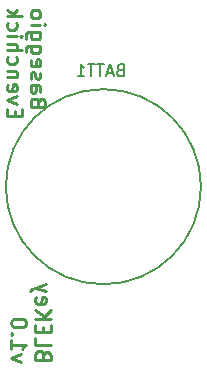
<source format=gbo>
%FSLAX46Y46*%
G04 Gerber Fmt 4.6, Leading zero omitted, Abs format (unit mm)*
G04 Created by KiCad (PCBNEW (2014-10-22 BZR 5216)-product) date Thu 02 Jul 2015 03:27:14 PM EDT*
%MOMM*%
G01*
G04 APERTURE LIST*
%ADD10C,0.100000*%
%ADD11C,0.250000*%
%ADD12C,0.150000*%
G04 APERTURE END LIST*
D10*
D11*
X165889286Y-96847618D02*
X165829762Y-96661904D01*
X165770238Y-96599999D01*
X165651190Y-96538094D01*
X165472619Y-96538094D01*
X165353571Y-96599999D01*
X165294048Y-96661904D01*
X165234524Y-96785713D01*
X165234524Y-97280951D01*
X166484524Y-97280951D01*
X166484524Y-96847618D01*
X166425000Y-96723808D01*
X166365476Y-96661904D01*
X166246429Y-96599999D01*
X166127381Y-96599999D01*
X166008333Y-96661904D01*
X165948810Y-96723808D01*
X165889286Y-96847618D01*
X165889286Y-97280951D01*
X165234524Y-95423808D02*
X165889286Y-95423808D01*
X166008333Y-95485713D01*
X166067857Y-95609523D01*
X166067857Y-95857142D01*
X166008333Y-95980951D01*
X165294048Y-95423808D02*
X165234524Y-95547618D01*
X165234524Y-95857142D01*
X165294048Y-95980951D01*
X165413095Y-96042856D01*
X165532143Y-96042856D01*
X165651190Y-95980951D01*
X165710714Y-95857142D01*
X165710714Y-95547618D01*
X165770238Y-95423808D01*
X165294048Y-94866666D02*
X165234524Y-94742856D01*
X165234524Y-94495237D01*
X165294048Y-94371428D01*
X165413095Y-94309523D01*
X165472619Y-94309523D01*
X165591667Y-94371428D01*
X165651190Y-94495237D01*
X165651190Y-94680952D01*
X165710714Y-94804761D01*
X165829762Y-94866666D01*
X165889286Y-94866666D01*
X166008333Y-94804761D01*
X166067857Y-94680952D01*
X166067857Y-94495237D01*
X166008333Y-94371428D01*
X165294048Y-93257142D02*
X165234524Y-93380952D01*
X165234524Y-93628571D01*
X165294048Y-93752380D01*
X165413095Y-93814285D01*
X165889286Y-93814285D01*
X166008333Y-93752380D01*
X166067857Y-93628571D01*
X166067857Y-93380952D01*
X166008333Y-93257142D01*
X165889286Y-93195237D01*
X165770238Y-93195237D01*
X165651190Y-93814285D01*
X166067857Y-92080951D02*
X165055952Y-92080951D01*
X164936905Y-92142856D01*
X164877381Y-92204761D01*
X164817857Y-92328570D01*
X164817857Y-92514285D01*
X164877381Y-92638094D01*
X165294048Y-92080951D02*
X165234524Y-92204761D01*
X165234524Y-92452380D01*
X165294048Y-92576189D01*
X165353571Y-92638094D01*
X165472619Y-92699999D01*
X165829762Y-92699999D01*
X165948810Y-92638094D01*
X166008333Y-92576189D01*
X166067857Y-92452380D01*
X166067857Y-92204761D01*
X166008333Y-92080951D01*
X166067857Y-90904761D02*
X165055952Y-90904761D01*
X164936905Y-90966666D01*
X164877381Y-91028571D01*
X164817857Y-91152380D01*
X164817857Y-91338095D01*
X164877381Y-91461904D01*
X165294048Y-90904761D02*
X165234524Y-91028571D01*
X165234524Y-91276190D01*
X165294048Y-91399999D01*
X165353571Y-91461904D01*
X165472619Y-91523809D01*
X165829762Y-91523809D01*
X165948810Y-91461904D01*
X166008333Y-91399999D01*
X166067857Y-91276190D01*
X166067857Y-91028571D01*
X166008333Y-90904761D01*
X165234524Y-90285714D02*
X166067857Y-90285714D01*
X166484524Y-90285714D02*
X166425000Y-90347619D01*
X166365476Y-90285714D01*
X166425000Y-90223809D01*
X166484524Y-90285714D01*
X166365476Y-90285714D01*
X165234524Y-89480952D02*
X165294048Y-89604761D01*
X165353571Y-89666666D01*
X165472619Y-89728571D01*
X165829762Y-89728571D01*
X165948810Y-89666666D01*
X166008333Y-89604761D01*
X166067857Y-89480952D01*
X166067857Y-89295238D01*
X166008333Y-89171428D01*
X165948810Y-89109523D01*
X165829762Y-89047619D01*
X165472619Y-89047619D01*
X165353571Y-89109523D01*
X165294048Y-89171428D01*
X165234524Y-89295238D01*
X165234524Y-89480952D01*
X163889286Y-98023809D02*
X163889286Y-97590476D01*
X163234524Y-97404762D02*
X163234524Y-98023809D01*
X164484524Y-98023809D01*
X164484524Y-97404762D01*
X164067857Y-96971429D02*
X163234524Y-96661905D01*
X164067857Y-96352381D01*
X163294048Y-95361905D02*
X163234524Y-95485715D01*
X163234524Y-95733334D01*
X163294048Y-95857143D01*
X163413095Y-95919048D01*
X163889286Y-95919048D01*
X164008333Y-95857143D01*
X164067857Y-95733334D01*
X164067857Y-95485715D01*
X164008333Y-95361905D01*
X163889286Y-95300000D01*
X163770238Y-95300000D01*
X163651190Y-95919048D01*
X164067857Y-94742857D02*
X163234524Y-94742857D01*
X163948810Y-94742857D02*
X164008333Y-94680952D01*
X164067857Y-94557143D01*
X164067857Y-94371429D01*
X164008333Y-94247619D01*
X163889286Y-94185714D01*
X163234524Y-94185714D01*
X163294048Y-93009524D02*
X163234524Y-93133334D01*
X163234524Y-93380953D01*
X163294048Y-93504762D01*
X163353571Y-93566667D01*
X163472619Y-93628572D01*
X163829762Y-93628572D01*
X163948810Y-93566667D01*
X164008333Y-93504762D01*
X164067857Y-93380953D01*
X164067857Y-93133334D01*
X164008333Y-93009524D01*
X163234524Y-92452381D02*
X164484524Y-92452381D01*
X163234524Y-91895238D02*
X163889286Y-91895238D01*
X164008333Y-91957143D01*
X164067857Y-92080953D01*
X164067857Y-92266667D01*
X164008333Y-92390476D01*
X163948810Y-92452381D01*
X163234524Y-91276191D02*
X164067857Y-91276191D01*
X164484524Y-91276191D02*
X164425000Y-91338096D01*
X164365476Y-91276191D01*
X164425000Y-91214286D01*
X164484524Y-91276191D01*
X164365476Y-91276191D01*
X163294048Y-90100000D02*
X163234524Y-90223810D01*
X163234524Y-90471429D01*
X163294048Y-90595238D01*
X163353571Y-90657143D01*
X163472619Y-90719048D01*
X163829762Y-90719048D01*
X163948810Y-90657143D01*
X164008333Y-90595238D01*
X164067857Y-90471429D01*
X164067857Y-90223810D01*
X164008333Y-90100000D01*
X163234524Y-89542857D02*
X164484524Y-89542857D01*
X163710714Y-89419048D02*
X163234524Y-89047619D01*
X164067857Y-89047619D02*
X163591667Y-89542857D01*
X166327857Y-118257143D02*
X166265952Y-118071429D01*
X166204048Y-118009524D01*
X166080238Y-117947619D01*
X165894524Y-117947619D01*
X165770714Y-118009524D01*
X165708810Y-118071429D01*
X165646905Y-118195238D01*
X165646905Y-118690476D01*
X166946905Y-118690476D01*
X166946905Y-118257143D01*
X166885000Y-118133333D01*
X166823095Y-118071429D01*
X166699286Y-118009524D01*
X166575476Y-118009524D01*
X166451667Y-118071429D01*
X166389762Y-118133333D01*
X166327857Y-118257143D01*
X166327857Y-118690476D01*
X165646905Y-116771429D02*
X165646905Y-117390476D01*
X166946905Y-117390476D01*
X166327857Y-116338095D02*
X166327857Y-115904762D01*
X165646905Y-115719048D02*
X165646905Y-116338095D01*
X166946905Y-116338095D01*
X166946905Y-115719048D01*
X165646905Y-115161905D02*
X166946905Y-115161905D01*
X165646905Y-114419048D02*
X166389762Y-114976191D01*
X166946905Y-114419048D02*
X166204048Y-115161905D01*
X165708810Y-113366667D02*
X165646905Y-113490477D01*
X165646905Y-113738096D01*
X165708810Y-113861905D01*
X165832619Y-113923810D01*
X166327857Y-113923810D01*
X166451667Y-113861905D01*
X166513571Y-113738096D01*
X166513571Y-113490477D01*
X166451667Y-113366667D01*
X166327857Y-113304762D01*
X166204048Y-113304762D01*
X166080238Y-113923810D01*
X166513571Y-112871429D02*
X165646905Y-112561905D01*
X166513571Y-112252381D02*
X165646905Y-112561905D01*
X165337381Y-112685714D01*
X165275476Y-112747619D01*
X165213571Y-112871429D01*
X164443571Y-118814286D02*
X163576905Y-118504762D01*
X164443571Y-118195238D01*
X163576905Y-117019048D02*
X163576905Y-117761905D01*
X163576905Y-117390476D02*
X164876905Y-117390476D01*
X164691190Y-117514286D01*
X164567381Y-117638095D01*
X164505476Y-117761905D01*
X163700714Y-116461905D02*
X163638810Y-116400000D01*
X163576905Y-116461905D01*
X163638810Y-116523810D01*
X163700714Y-116461905D01*
X163576905Y-116461905D01*
X164876905Y-115595238D02*
X164876905Y-115471429D01*
X164815000Y-115347619D01*
X164753095Y-115285714D01*
X164629286Y-115223810D01*
X164381667Y-115161905D01*
X164072143Y-115161905D01*
X163824524Y-115223810D01*
X163700714Y-115285714D01*
X163638810Y-115347619D01*
X163576905Y-115471429D01*
X163576905Y-115595238D01*
X163638810Y-115719048D01*
X163700714Y-115780952D01*
X163824524Y-115842857D01*
X164072143Y-115904762D01*
X164381667Y-115904762D01*
X164629286Y-115842857D01*
X164753095Y-115780952D01*
X164815000Y-115719048D01*
X164876905Y-115595238D01*
D12*
X179660751Y-104000000D02*
G75*
G03X179660751Y-104000000I-8260751J0D01*
G01*
X172795238Y-94128571D02*
X172652381Y-94176190D01*
X172604762Y-94223810D01*
X172557143Y-94319048D01*
X172557143Y-94461905D01*
X172604762Y-94557143D01*
X172652381Y-94604762D01*
X172747619Y-94652381D01*
X173128572Y-94652381D01*
X173128572Y-93652381D01*
X172795238Y-93652381D01*
X172700000Y-93700000D01*
X172652381Y-93747619D01*
X172604762Y-93842857D01*
X172604762Y-93938095D01*
X172652381Y-94033333D01*
X172700000Y-94080952D01*
X172795238Y-94128571D01*
X173128572Y-94128571D01*
X172176191Y-94366667D02*
X171700000Y-94366667D01*
X172271429Y-94652381D02*
X171938096Y-93652381D01*
X171604762Y-94652381D01*
X171414286Y-93652381D02*
X170842857Y-93652381D01*
X171128572Y-94652381D02*
X171128572Y-93652381D01*
X170652381Y-93652381D02*
X170080952Y-93652381D01*
X170366667Y-94652381D02*
X170366667Y-93652381D01*
X169223809Y-94652381D02*
X169795238Y-94652381D01*
X169509524Y-94652381D02*
X169509524Y-93652381D01*
X169604762Y-93795238D01*
X169700000Y-93890476D01*
X169795238Y-93938095D01*
M02*

</source>
